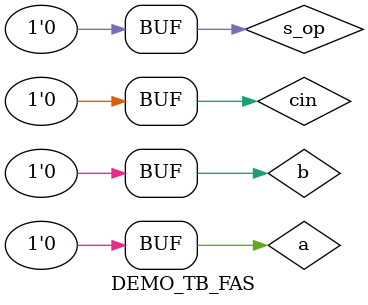
<source format=v>

/************************************************************************
 * Example testbench: instantiates 4 basic logic gates and applies      *
 * stimulus to the gate inputs. Prints out the outputs using $display   *
 * function.                                                            *
 ************************************************************************/
module DEMO_TB_FAS();

// Signal declarations
// ===================

// Gate output wires
wire cout;
wire s;

// Gate inputs - declared as registers, since we need them to 'remember'
// values
reg a; 
reg b; 
reg cin, s_op;

// The test bench: try 2 different input combinations at 2 different points
// of time - change values : 00 to 11 to 00 after 10 time units.
// ====================================================================
initial
begin
  	$dumpfile("simulation.vcd");
    $dumpvars(1);
    
    a = 1'b0;
    b = 1'b0;
    cin = 1'b0;
    s_op = 1'b0;
end

// Gate instantiations
// ===================

// For this gate we use the default delays with: Tpdlh=1 and Tpdhl=1
fas fas_de(.s(s), .cout(cout), .a(a), .b(b), .cin(cin), .s_op(s_op));

// Print out the output values on every change
// ===========================================
always @(*)
    $display("%t: outputs changed to %d, %d", $time, cout,s);

endmodule
</source>
